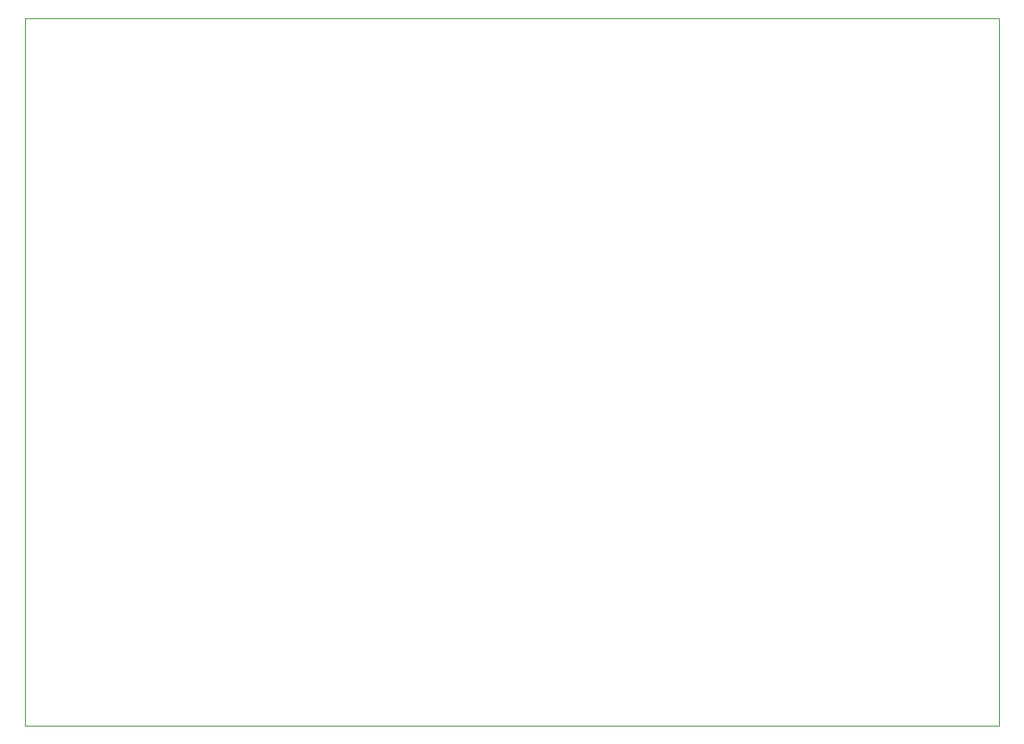
<source format=gbr>
%TF.GenerationSoftware,KiCad,Pcbnew,7.0.8*%
%TF.CreationDate,2024-02-29T15:37:24+01:00*%
%TF.ProjectId,COXY-V2,434f5859-2d56-4322-9e6b-696361645f70,rev?*%
%TF.SameCoordinates,Original*%
%TF.FileFunction,Profile,NP*%
%FSLAX46Y46*%
G04 Gerber Fmt 4.6, Leading zero omitted, Abs format (unit mm)*
G04 Created by KiCad (PCBNEW 7.0.8) date 2024-02-29 15:37:24*
%MOMM*%
%LPD*%
G01*
G04 APERTURE LIST*
%TA.AperFunction,Profile*%
%ADD10C,0.100000*%
%TD*%
G04 APERTURE END LIST*
D10*
X100000000Y-28000000D02*
X199000000Y-28000000D01*
X199000000Y-100000000D01*
X100000000Y-100000000D01*
X100000000Y-28000000D01*
M02*

</source>
